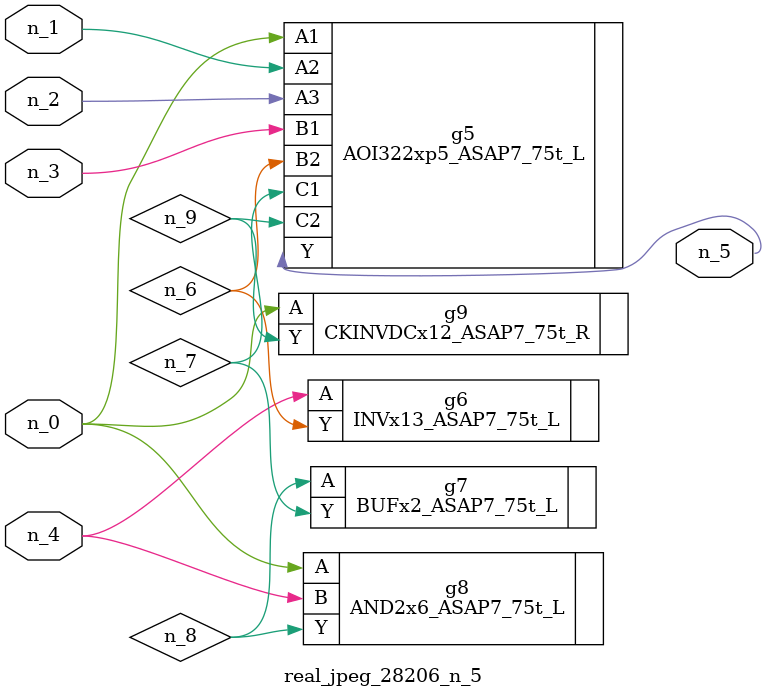
<source format=v>
module real_jpeg_28206_n_5 (n_4, n_0, n_1, n_2, n_3, n_5);

input n_4;
input n_0;
input n_1;
input n_2;
input n_3;

output n_5;

wire n_8;
wire n_6;
wire n_7;
wire n_9;

AOI322xp5_ASAP7_75t_L g5 ( 
.A1(n_0),
.A2(n_1),
.A3(n_2),
.B1(n_3),
.B2(n_6),
.C1(n_7),
.C2(n_9),
.Y(n_5)
);

AND2x6_ASAP7_75t_L g8 ( 
.A(n_0),
.B(n_4),
.Y(n_8)
);

CKINVDCx12_ASAP7_75t_R g9 ( 
.A(n_0),
.Y(n_9)
);

INVx13_ASAP7_75t_L g6 ( 
.A(n_4),
.Y(n_6)
);

BUFx2_ASAP7_75t_L g7 ( 
.A(n_8),
.Y(n_7)
);


endmodule
</source>
